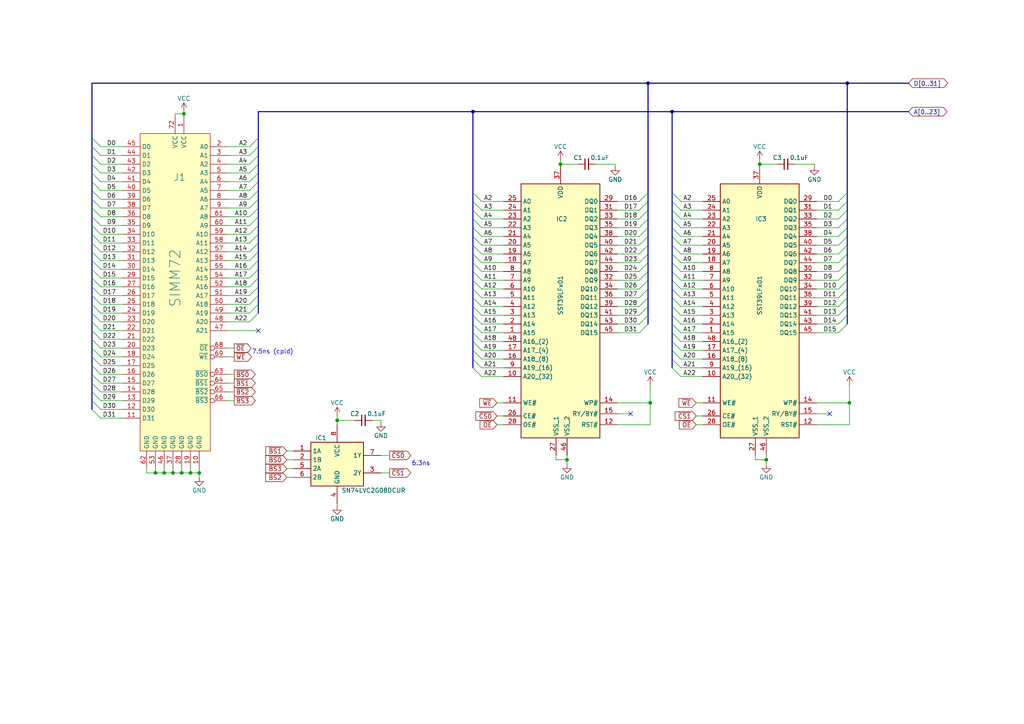
<source format=kicad_sch>
(kicad_sch (version 20230121) (generator eeschema)
  (paper "A4")
  (title_block (title "Raven 1MB ROM") (date "2023") (rev "A0") (company "Licensed under CERN-OHL-P v2") (comment 1 "Anders Granlund"))
  (lib_symbols
    (symbol "68k:SIMM72-Raven"
      (property "Reference" "J" (at 0 29.21 0))
      (property "Value" "SIMM72" (at 1.27 0 90))
      (symbol "SIMM72-Raven_1_1"
        (rectangle (start -8.89 41.91) (end 11.43 -50.165) (fill (type background)))
        (pin power_in line (at -1.27 46.99 270) (length 5.08) (name "VCC") (number "1"))
        (pin power_in line (at -5.715 -55.245 90) (length 5.08) (name "GND") (number "10"))
        (pin bidirectional line (at 16.51 -40.64 180) (length 5.08) (name "D31") (number "11"))
        (pin bidirectional line (at 16.51 -38.1 180) (length 5.08) (name "D30") (number "12"))
        (pin bidirectional line (at 16.51 -35.56 180) (length 5.08) (name "D29") (number "13"))
        (pin bidirectional line (at 16.51 -33.02 180) (length 5.08) (name "D28") (number "14"))
        (pin bidirectional line (at 16.51 -30.48 180) (length 5.08) (name "D27") (number "15"))
        (pin bidirectional line (at 16.51 -27.94 180) (length 5.08) (name "D26") (number "16"))
        (pin bidirectional line (at 16.51 -25.4 180) (length 5.08) (name "D25") (number "17"))
        (pin bidirectional line (at 16.51 -22.86 180) (length 5.08) (name "D24") (number "18"))
        (pin power_in line (at -3.175 -55.245 90) (length 5.08) (name "GND") (number "19"))
        (pin input line (at -13.97 38.1 0) (length 5.08) (name "A0") (number "2"))
        (pin bidirectional line (at 16.51 -20.32 180) (length 5.08) (name "D23") (number "20"))
        (pin bidirectional line (at 16.51 -17.78 180) (length 5.08) (name "D22") (number "21"))
        (pin bidirectional line (at 16.51 -15.24 180) (length 5.08) (name "D21") (number "22"))
        (pin bidirectional line (at 16.51 -12.7 180) (length 5.08) (name "D20") (number "23"))
        (pin bidirectional line (at 16.51 -10.16 180) (length 5.08) (name "D19") (number "24"))
        (pin bidirectional line (at 16.51 -7.62 180) (length 5.08) (name "D18") (number "25"))
        (pin bidirectional line (at 16.51 -5.08 180) (length 5.08) (name "D17") (number "26"))
        (pin bidirectional line (at 16.51 -2.54 180) (length 5.08) (name "D16") (number "27"))
        (pin power_in line (at -0.635 -55.245 90) (length 5.08) (name "GND") (number "28"))
        (pin bidirectional line (at 16.51 0 180) (length 5.08) (name "D15") (number "29"))
        (pin input line (at -13.97 35.56 0) (length 5.08) (name "A1") (number "3"))
        (pin bidirectional line (at 16.51 2.54 180) (length 5.08) (name "D14") (number "30"))
        (pin bidirectional line (at 16.51 5.08 180) (length 5.08) (name "D13") (number "31"))
        (pin bidirectional line (at 16.51 7.62 180) (length 5.08) (name "D12") (number "32"))
        (pin bidirectional line (at 16.51 10.16 180) (length 5.08) (name "D11") (number "33"))
        (pin bidirectional line (at 16.51 12.7 180) (length 5.08) (name "D10") (number "34"))
        (pin bidirectional line (at 16.51 15.24 180) (length 5.08) (name "D9") (number "35"))
        (pin bidirectional line (at 16.51 17.78 180) (length 5.08) (name "D8") (number "36"))
        (pin power_in line (at 1.905 -55.245 90) (length 5.08) (name "GND") (number "37"))
        (pin bidirectional line (at 16.51 20.32 180) (length 5.08) (name "D7") (number "38"))
        (pin bidirectional line (at 16.51 22.86 180) (length 5.08) (name "D6") (number "39"))
        (pin input line (at -13.97 33.02 0) (length 5.08) (name "A2") (number "4"))
        (pin bidirectional line (at 16.51 25.4 180) (length 5.08) (name "D5") (number "40"))
        (pin bidirectional line (at 16.51 27.94 180) (length 5.08) (name "D4") (number "41"))
        (pin bidirectional line (at 16.51 30.48 180) (length 5.08) (name "D3") (number "42"))
        (pin bidirectional line (at 16.51 33.02 180) (length 5.08) (name "D2") (number "43"))
        (pin bidirectional line (at 16.51 35.56 180) (length 5.08) (name "D1") (number "44"))
        (pin bidirectional line (at 16.51 38.1 180) (length 5.08) (name "D0") (number "45"))
        (pin power_in line (at 4.445 -55.245 90) (length 5.08) (name "GND") (number "46"))
        (pin input line (at -13.97 -15.24 0) (length 5.08) (name "A21") (number "47"))
        (pin input line (at -13.97 -12.7 0) (length 5.08) (name "A20") (number "48"))
        (pin input line (at -13.97 -10.16 0) (length 5.08) (name "A19") (number "49"))
        (pin input line (at -13.97 30.48 0) (length 5.08) (name "A3") (number "5"))
        (pin input line (at -13.97 -7.62 0) (length 5.08) (name "A18") (number "50"))
        (pin input line (at -13.97 -5.08 0) (length 5.08) (name "A17") (number "51"))
        (pin input line (at -13.97 -2.54 0) (length 5.08) (name "A16") (number "52"))
        (pin power_in line (at 6.985 -55.245 90) (length 5.08) (name "GND") (number "53"))
        (pin input line (at -13.97 0 0) (length 5.08) (name "A15") (number "54"))
        (pin input line (at -13.97 2.54 0) (length 5.08) (name "A14") (number "55"))
        (pin input line (at -13.97 5.08 0) (length 5.08) (name "A13") (number "56"))
        (pin input line (at -13.97 7.62 0) (length 5.08) (name "A12") (number "57"))
        (pin input line (at -13.97 10.16 0) (length 5.08) (name "A11") (number "58"))
        (pin input line (at -13.97 12.7 0) (length 5.08) (name "A10") (number "59"))
        (pin input line (at -13.97 27.94 0) (length 5.08) (name "A4") (number "6"))
        (pin input line (at -13.97 15.24 0) (length 5.08) (name "A9") (number "60"))
        (pin input line (at -13.97 17.78 0) (length 5.08) (name "A8") (number "61"))
        (pin power_in line (at 9.525 -55.245 90) (length 5.08) (name "GND") (number "62"))
        (pin input inverted (at -13.97 -27.94 0) (length 5.08) (name "~{BS0}") (number "63"))
        (pin input inverted (at -13.97 -30.48 0) (length 5.08) (name "~{BS1}") (number "64"))
        (pin input inverted (at -13.97 -33.02 0) (length 5.08) (name "~{BS2}") (number "65"))
        (pin input inverted (at -13.97 -35.56 0) (length 5.08) (name "~{BS3}") (number "66"))
        (pin no_connect inverted (at -8.89 -39.37 180) (length 5.08) hide (name "nc") (number "67"))
        (pin input inverted (at -13.97 -20.32 0) (length 5.08) (name "~{OE}") (number "68"))
        (pin input inverted (at -13.97 -22.86 0) (length 5.08) (name "~{WE}") (number "69"))
        (pin input line (at -13.97 25.4 0) (length 5.08) (name "A5") (number "7"))
        (pin no_connect line (at -8.89 -41.91 180) (length 5.08) hide (name "nc") (number "70"))
        (pin no_connect line (at -8.89 -44.45 180) (length 5.08) hide (name "nc") (number "71"))
        (pin power_in line (at 1.27 46.99 270) (length 5.08) (name "VCC") (number "72"))
        (pin input line (at -13.97 22.86 0) (length 5.08) (name "A6") (number "8"))
        (pin input line (at -13.97 20.32 0) (length 5.08) (name "A7") (number "9"))
      )
    )
    (symbol "68k:SN74LVC2G08DCUR"
      (property "Reference" "IC" (at 21.59 7.62 0))
      (property "Value" "SN74LVC2G08DCUR" (at 21.59 5.08 0))
      (symbol "SN74LVC2G08DCUR_1_1"
        (rectangle (start 5.08 2.54) (end 20.32 -10.16) (stroke (width 0.254)) (fill (type background)))
        (pin passive line (at 0 0 0) (length 5.08) (name "1A") (number "1"))
        (pin passive line (at 0 -2.54 0) (length 5.08) (name "1B") (number "2"))
        (pin passive line (at 25.4 -6.35 180) (length 5.08) (name "2Y") (number "3"))
        (pin passive line (at 12.7 -15.24 90) (length 5.08) (name "GND") (number "4"))
        (pin passive line (at 0 -5.08 0) (length 5.08) (name "2A") (number "5"))
        (pin passive line (at 0 -7.62 0) (length 5.08) (name "2B") (number "6"))
        (pin passive line (at 25.4 -1.27 180) (length 5.08) (name "1Y") (number "7"))
        (pin passive line (at 12.7 7.62 270) (length 5.08) (name "VCC") (number "8"))
      )
    )
    (symbol "68k:SST39LF3201_TSOP48"
      (property "Reference" "IC" (at 12.7 38.1 0))
      (property "Value" "SST39LFx01" (at 12.7 35.56 0))
      (symbol "SST39LF3201_TSOP48_1_1"
        (rectangle (start -11.43 33.02) (end 11.43 -40.64) (stroke (width 0.254)) (fill (type background)))
        (pin passive line (at -16.51 -10.16 0) (length 5.08) (name "A15") (number "1"))
        (pin passive line (at -16.51 -22.86 0) (length 5.08) (name "A20_(32)") (number "10"))
        (pin passive line (at -16.51 -30.48 0) (length 5.08) (name "WE#") (number "11"))
        (pin passive line (at 16.51 -36.83 180) (length 5.08) (name "RST#") (number "12"))
        (pin no_connect line (at 16.51 -20.32 180) (length 5.08) hide (name "nc") (number "13"))
        (pin passive line (at 16.51 -30.48 180) (length 5.08) (name "WP#") (number "14"))
        (pin passive line (at 16.51 -33.655 180) (length 5.08) (name "RY/BY#") (number "15"))
        (pin passive line (at -16.51 -17.78 0) (length 5.08) (name "A18_(8)") (number "16"))
        (pin passive line (at -16.51 -15.24 0) (length 5.08) (name "A17_(4)") (number "17"))
        (pin passive line (at -16.51 10.16 0) (length 5.08) (name "A7") (number "18"))
        (pin passive line (at -16.51 12.7 0) (length 5.08) (name "A6") (number "19"))
        (pin passive line (at -16.51 -7.62 0) (length 5.08) (name "A14") (number "2"))
        (pin passive line (at -16.51 15.24 0) (length 5.08) (name "A5") (number "20"))
        (pin passive line (at -16.51 17.78 0) (length 5.08) (name "A4") (number "21"))
        (pin passive line (at -16.51 20.32 0) (length 5.08) (name "A3") (number "22"))
        (pin passive line (at -16.51 22.86 0) (length 5.08) (name "A2") (number "23"))
        (pin passive line (at -16.51 25.4 0) (length 5.08) (name "A1") (number "24"))
        (pin passive line (at -16.51 27.94 0) (length 5.08) (name "A0") (number "25"))
        (pin passive line (at -16.51 -34.29 0) (length 5.08) (name "CE#") (number "26"))
        (pin passive line (at -1.27 -45.72 90) (length 5.08) (name "VSS_1") (number "27"))
        (pin passive line (at -16.51 -36.83 0) (length 5.08) (name "OE#") (number "28"))
        (pin passive line (at 16.51 27.94 180) (length 5.08) (name "DQ0") (number "29"))
        (pin passive line (at -16.51 -5.08 0) (length 5.08) (name "A13") (number "3"))
        (pin passive line (at 16.51 7.62 180) (length 5.08) (name "DQ8") (number "30"))
        (pin passive line (at 16.51 25.4 180) (length 5.08) (name "DQ1") (number "31"))
        (pin passive line (at 16.51 5.08 180) (length 5.08) (name "DQ9") (number "32"))
        (pin passive line (at 16.51 22.86 180) (length 5.08) (name "DQ2") (number "33"))
        (pin passive line (at 16.51 2.54 180) (length 5.08) (name "DQ10") (number "34"))
        (pin passive line (at 16.51 20.32 180) (length 5.08) (name "DQ3") (number "35"))
        (pin passive line (at 16.51 0 180) (length 5.08) (name "DQ11") (number "36"))
        (pin passive line (at 0 38.1 270) (length 5.08) (name "VDD") (number "37"))
        (pin passive line (at 16.51 17.78 180) (length 5.08) (name "DQ4") (number "38"))
        (pin passive line (at 16.51 -2.54 180) (length 5.08) (name "DQ12") (number "39"))
        (pin passive line (at -16.51 -2.54 0) (length 5.08) (name "A12") (number "4"))
        (pin passive line (at 16.51 15.24 180) (length 5.08) (name "DQ5") (number "40"))
        (pin passive line (at 16.51 -5.08 180) (length 5.08) (name "DQ13") (number "41"))
        (pin passive line (at 16.51 12.7 180) (length 5.08) (name "DQ6") (number "42"))
        (pin passive line (at 16.51 -7.62 180) (length 5.08) (name "DQ14") (number "43"))
        (pin passive line (at 16.51 10.16 180) (length 5.08) (name "DQ7") (number "44"))
        (pin passive line (at 16.51 -10.16 180) (length 5.08) (name "DQ15") (number "45"))
        (pin passive line (at 1.905 -45.72 90) (length 5.08) (name "VSS_2") (number "46"))
        (pin no_connect line (at 16.51 -22.86 180) (length 5.08) hide (name "nc") (number "47"))
        (pin passive line (at -16.51 -12.7 0) (length 5.08) (name "A16_(2)") (number "48"))
        (pin passive line (at -16.51 0 0) (length 5.08) (name "A11") (number "5"))
        (pin passive line (at -16.51 2.54 0) (length 5.08) (name "A10") (number "6"))
        (pin passive line (at -16.51 5.08 0) (length 5.08) (name "A9") (number "7"))
        (pin passive line (at -16.51 7.62 0) (length 5.08) (name "A8") (number "8"))
        (pin passive line (at -16.51 -20.32 0) (length 5.08) (name "A19_(16)") (number "9"))
      )
    )
    (symbol "68k:c_100nf_smd1206" (pin_numbers hide) (pin_names (offset 0.254) hide)
      (property "Reference" "C" (at 0.635 1.905 0))
      (property "Value" "0.1uF" (at 0.635 -1.905 0))
      (symbol "c_100nf_smd1206_0_1"
        (polyline (pts (xy -1.524 -0.508) (xy 1.524 -0.508)) (stroke (width 0.3302)))
        (polyline (pts (xy -1.524 0.508) (xy 1.524 0.508)) (stroke (width 0.3048)))
      )
      (symbol "c_100nf_smd1206_1_1"
        (pin passive line (at 0 2.54 270) (length 2.032) (name "~") (number "1"))
        (pin passive line (at 0 -2.54 90) (length 2.032) (name "~") (number "2"))
      )
    )
    (symbol "power:GND" (power) (pin_names (offset 0))
      (property "Value" "GND" (at 0 -3.81 0))
      (symbol "GND_0_1"
        (polyline (pts (xy 0 0) (xy 0 -1.27) (xy 1.27 -1.27) (xy 0 -2.54) (xy -1.27 -1.27) (xy 0 -1.27)))
      )
      (symbol "GND_1_1"
        (pin power_in line (at 0 0 270) (length 0) hide (name "GND") (number "1"))
      )
    )
    (symbol "power:VCC" (power) (pin_names (offset 0))
      (property "Value" "VCC" (at 0 3.81 0))
      (symbol "VCC_0_1"
        (polyline (pts (xy -0.762 1.27) (xy 0 2.54)))
        (polyline (pts (xy 0 0) (xy 0 2.54)))
        (polyline (pts (xy 0 2.54) (xy 0.762 1.27)))
      )
      (symbol "VCC_1_1"
        (pin power_in line (at 0 0 90) (length 0) hide (name "VCC") (number "1"))
      )
    )
  )
  (junction (at 220.345 47.625))
  (junction (at 55.245 137.16))
  (junction (at 137.16 32.385))
  (junction (at 45.085 137.16))
  (junction (at 245.745 24.13))
  (junction (at 222.25 133.35))
  (junction (at 187.96 24.13))
  (junction (at 188.595 116.84))
  (junction (at 47.625 137.16))
  (junction (at 50.165 137.16))
  (junction (at 194.945 32.385))
  (junction (at 97.79 121.92))
  (junction (at 57.785 137.16))
  (junction (at 52.705 137.16))
  (junction (at 162.56 47.625))
  (junction (at 246.38 116.84))
  (junction (at 53.34 33.02))
  (junction (at 164.465 133.35))
  (no_connect (at 240.665 120.015))
  (no_connect (at 74.93 95.885))
  (no_connect (at 182.88 120.015))
  (bus_entry (at 187.96 73.66) (size -2.54 2.54))
  (bus_entry (at 137.16 60.96) (size 2.54 2.54))
  (bus_entry (at 245.745 88.9) (size -2.54 2.54))
  (bus_entry (at 26.67 111.125) (size 2.54 2.54))
  (bus_entry (at 26.67 93.345) (size 2.54 2.54))
  (bus_entry (at 26.67 62.865) (size 2.54 2.54))
  (bus_entry (at 26.67 52.705) (size 2.54 2.54))
  (bus_entry (at 137.16 71.12) (size 2.54 2.54))
  (bus_entry (at 137.16 99.06) (size 2.54 2.54))
  (bus_entry (at 74.93 75.565) (size -2.54 2.54))
  (bus_entry (at 245.745 71.12) (size -2.54 2.54))
  (bus_entry (at 26.67 83.185) (size 2.54 2.54))
  (bus_entry (at 26.67 67.945) (size 2.54 2.54))
  (bus_entry (at 194.945 101.6) (size 2.54 2.54))
  (bus_entry (at 26.67 85.725) (size 2.54 2.54))
  (bus_entry (at 26.67 42.545) (size 2.54 2.54))
  (bus_entry (at 187.96 55.88) (size -2.54 2.54))
  (bus_entry (at 245.745 60.96) (size -2.54 2.54))
  (bus_entry (at 194.945 63.5) (size 2.54 2.54))
  (bus_entry (at 74.93 62.865) (size -2.54 2.54))
  (bus_entry (at 194.945 99.06) (size 2.54 2.54))
  (bus_entry (at 26.67 103.505) (size 2.54 2.54))
  (bus_entry (at 137.16 88.9) (size 2.54 2.54))
  (bus_entry (at 245.745 76.2) (size -2.54 2.54))
  (bus_entry (at 187.96 78.74) (size -2.54 2.54))
  (bus_entry (at 26.67 116.205) (size 2.54 2.54))
  (bus_entry (at 74.93 50.165) (size -2.54 2.54))
  (bus_entry (at 194.945 55.88) (size 2.54 2.54))
  (bus_entry (at 74.93 85.725) (size -2.54 2.54))
  (bus_entry (at 26.67 55.245) (size 2.54 2.54))
  (bus_entry (at 26.67 78.105) (size 2.54 2.54))
  (bus_entry (at 245.745 81.28) (size -2.54 2.54))
  (bus_entry (at 74.93 90.805) (size -2.54 2.54))
  (bus_entry (at 187.96 83.82) (size -2.54 2.54))
  (bus_entry (at 137.16 76.2) (size 2.54 2.54))
  (bus_entry (at 187.96 66.04) (size -2.54 2.54))
  (bus_entry (at 194.945 86.36) (size 2.54 2.54))
  (bus_entry (at 74.93 47.625) (size -2.54 2.54))
  (bus_entry (at 194.945 104.14) (size 2.54 2.54))
  (bus_entry (at 26.67 70.485) (size 2.54 2.54))
  (bus_entry (at 137.16 96.52) (size 2.54 2.54))
  (bus_entry (at 137.16 106.68) (size 2.54 2.54))
  (bus_entry (at 194.945 71.12) (size 2.54 2.54))
  (bus_entry (at 187.96 81.28) (size -2.54 2.54))
  (bus_entry (at 194.945 96.52) (size 2.54 2.54))
  (bus_entry (at 74.93 55.245) (size -2.54 2.54))
  (bus_entry (at 74.93 73.025) (size -2.54 2.54))
  (bus_entry (at 26.67 60.325) (size 2.54 2.54))
  (bus_entry (at 194.945 73.66) (size 2.54 2.54))
  (bus_entry (at 194.945 66.04) (size 2.54 2.54))
  (bus_entry (at 26.67 98.425) (size 2.54 2.54))
  (bus_entry (at 137.16 86.36) (size 2.54 2.54))
  (bus_entry (at 187.96 88.9) (size -2.54 2.54))
  (bus_entry (at 194.945 91.44) (size 2.54 2.54))
  (bus_entry (at 245.745 86.36) (size -2.54 2.54))
  (bus_entry (at 74.93 67.945) (size -2.54 2.54))
  (bus_entry (at 137.16 73.66) (size 2.54 2.54))
  (bus_entry (at 187.96 86.36) (size -2.54 2.54))
  (bus_entry (at 245.745 58.42) (size -2.54 2.54))
  (bus_entry (at 245.745 68.58) (size -2.54 2.54))
  (bus_entry (at 194.945 60.96) (size 2.54 2.54))
  (bus_entry (at 74.93 88.265) (size -2.54 2.54))
  (bus_entry (at 194.945 68.58) (size 2.54 2.54))
  (bus_entry (at 74.93 60.325) (size -2.54 2.54))
  (bus_entry (at 245.745 63.5) (size -2.54 2.54))
  (bus_entry (at 26.67 100.965) (size 2.54 2.54))
  (bus_entry (at 74.93 78.105) (size -2.54 2.54))
  (bus_entry (at 187.96 76.2) (size -2.54 2.54))
  (bus_entry (at 137.16 93.98) (size 2.54 2.54))
  (bus_entry (at 26.67 90.805) (size 2.54 2.54))
  (bus_entry (at 194.945 78.74) (size 2.54 2.54))
  (bus_entry (at 137.16 55.88) (size 2.54 2.54))
  (bus_entry (at 187.96 71.12) (size -2.54 2.54))
  (bus_entry (at 245.745 83.82) (size -2.54 2.54))
  (bus_entry (at 137.16 81.28) (size 2.54 2.54))
  (bus_entry (at 137.16 83.82) (size 2.54 2.54))
  (bus_entry (at 245.745 93.98) (size -2.54 2.54))
  (bus_entry (at 26.67 45.085) (size 2.54 2.54))
  (bus_entry (at 26.67 57.785) (size 2.54 2.54))
  (bus_entry (at 137.16 63.5) (size 2.54 2.54))
  (bus_entry (at 194.945 58.42) (size 2.54 2.54))
  (bus_entry (at 137.16 78.74) (size 2.54 2.54))
  (bus_entry (at 26.67 106.045) (size 2.54 2.54))
  (bus_entry (at 137.16 91.44) (size 2.54 2.54))
  (bus_entry (at 187.96 91.44) (size -2.54 2.54))
  (bus_entry (at 26.67 47.625) (size 2.54 2.54))
  (bus_entry (at 187.96 93.98) (size -2.54 2.54))
  (bus_entry (at 74.93 57.785) (size -2.54 2.54))
  (bus_entry (at 26.67 95.885) (size 2.54 2.54))
  (bus_entry (at 26.67 50.165) (size 2.54 2.54))
  (bus_entry (at 187.96 58.42) (size -2.54 2.54))
  (bus_entry (at 137.16 66.04) (size 2.54 2.54))
  (bus_entry (at 245.745 66.04) (size -2.54 2.54))
  (bus_entry (at 137.16 101.6) (size 2.54 2.54))
  (bus_entry (at 194.945 76.2) (size 2.54 2.54))
  (bus_entry (at 137.16 68.58) (size 2.54 2.54))
  (bus_entry (at 137.16 58.42) (size 2.54 2.54))
  (bus_entry (at 245.745 73.66) (size -2.54 2.54))
  (bus_entry (at 26.67 40.005) (size 2.54 2.54))
  (bus_entry (at 194.945 83.82) (size 2.54 2.54))
  (bus_entry (at 245.745 78.74) (size -2.54 2.54))
  (bus_entry (at 26.67 65.405) (size 2.54 2.54))
  (bus_entry (at 194.945 81.28) (size 2.54 2.54))
  (bus_entry (at 194.945 106.68) (size 2.54 2.54))
  (bus_entry (at 245.745 91.44) (size -2.54 2.54))
  (bus_entry (at 26.67 88.265) (size 2.54 2.54))
  (bus_entry (at 187.96 68.58) (size -2.54 2.54))
  (bus_entry (at 137.16 104.14) (size 2.54 2.54))
  (bus_entry (at 187.96 60.96) (size -2.54 2.54))
  (bus_entry (at 26.67 80.645) (size 2.54 2.54))
  (bus_entry (at 74.93 70.485) (size -2.54 2.54))
  (bus_entry (at 74.93 45.085) (size -2.54 2.54))
  (bus_entry (at 74.93 52.705) (size -2.54 2.54))
  (bus_entry (at 74.93 80.645) (size -2.54 2.54))
  (bus_entry (at 26.67 73.025) (size 2.54 2.54))
  (bus_entry (at 74.93 40.005) (size -2.54 2.54))
  (bus_entry (at 74.93 65.405) (size -2.54 2.54))
  (bus_entry (at 26.67 75.565) (size 2.54 2.54))
  (bus_entry (at 245.745 55.88) (size -2.54 2.54))
  (bus_entry (at 26.67 108.585) (size 2.54 2.54))
  (bus_entry (at 26.67 113.665) (size 2.54 2.54))
  (bus_entry (at 26.67 118.745) (size 2.54 2.54))
  (bus_entry (at 74.93 42.545) (size -2.54 2.54))
  (bus_entry (at 194.945 93.98) (size 2.54 2.54))
  (bus_entry (at 194.945 88.9) (size 2.54 2.54))
  (bus_entry (at 187.96 63.5) (size -2.54 2.54))
  (bus_entry (at 74.93 83.185) (size -2.54 2.54))
  (wire (pts (xy 72.39 67.945) (xy 66.04 67.945)))
  (wire (pts (xy 179.07 116.84) (xy 188.595 116.84)))
  (wire (pts (xy 110.49 121.92) (xy 110.49 122.555)))
  (wire (pts (xy 72.39 60.325) (xy 66.04 60.325)))
  (bus (pts (xy 194.945 91.44) (xy 194.945 88.9)))
  (wire (pts (xy 66.04 116.205) (xy 67.945 116.205)))
  (bus (pts (xy 245.745 24.13) (xy 263.525 24.13)))
  (wire (pts (xy 139.7 104.14) (xy 146.05 104.14)))
  (bus (pts (xy 194.945 104.14) (xy 194.945 101.6)))
  (wire (pts (xy 178.435 47.625) (xy 178.435 48.26)))
  (wire (pts (xy 222.25 132.08) (xy 222.25 133.35)))
  (wire (pts (xy 197.485 83.82) (xy 203.835 83.82)))
  (wire (pts (xy 236.855 78.74) (xy 243.205 78.74)))
  (bus (pts (xy 137.16 60.96) (xy 137.16 58.42)))
  (wire (pts (xy 47.625 135.89) (xy 47.625 137.16)))
  (bus (pts (xy 26.67 93.345) (xy 26.67 90.805)))
  (wire (pts (xy 236.855 63.5) (xy 243.205 63.5)))
  (bus (pts (xy 245.745 60.96) (xy 245.745 58.42)))
  (wire (pts (xy 53.34 33.02) (xy 53.34 33.655)))
  (bus (pts (xy 187.96 81.28) (xy 187.96 78.74)))
  (bus (pts (xy 194.945 73.66) (xy 194.945 71.12)))
  (wire (pts (xy 66.04 103.505) (xy 67.945 103.505)))
  (wire (pts (xy 162.56 47.625) (xy 167.64 47.625)))
  (bus (pts (xy 26.67 67.945) (xy 26.67 65.405)))
  (wire (pts (xy 97.79 120.65) (xy 97.79 121.92)))
  (wire (pts (xy 85.09 138.43) (xy 83.185 138.43)))
  (wire (pts (xy 35.56 60.325) (xy 29.21 60.325)))
  (bus (pts (xy 26.67 83.185) (xy 26.67 80.645)))
  (wire (pts (xy 139.7 93.98) (xy 146.05 93.98)))
  (wire (pts (xy 35.56 45.085) (xy 29.21 45.085)))
  (wire (pts (xy 197.485 86.36) (xy 203.835 86.36)))
  (bus (pts (xy 187.96 86.36) (xy 187.96 83.82)))
  (wire (pts (xy 85.09 133.35) (xy 83.185 133.35)))
  (wire (pts (xy 222.25 133.35) (xy 222.25 134.62)))
  (wire (pts (xy 179.07 63.5) (xy 185.42 63.5)))
  (bus (pts (xy 74.93 80.645) (xy 74.93 78.105)))
  (bus (pts (xy 74.93 62.865) (xy 74.93 60.325)))
  (wire (pts (xy 197.485 81.28) (xy 203.835 81.28)))
  (wire (pts (xy 179.07 83.82) (xy 185.42 83.82)))
  (bus (pts (xy 194.945 68.58) (xy 194.945 66.04)))
  (wire (pts (xy 72.39 83.185) (xy 66.04 83.185)))
  (wire (pts (xy 179.07 60.96) (xy 185.42 60.96)))
  (wire (pts (xy 201.93 116.84) (xy 203.835 116.84)))
  (bus (pts (xy 74.93 75.565) (xy 74.93 73.025)))
  (bus (pts (xy 194.945 63.5) (xy 194.945 60.96)))
  (wire (pts (xy 35.56 93.345) (xy 29.21 93.345)))
  (wire (pts (xy 236.855 120.015) (xy 240.665 120.015)))
  (wire (pts (xy 35.56 111.125) (xy 29.21 111.125)))
  (wire (pts (xy 107.95 121.92) (xy 110.49 121.92)))
  (wire (pts (xy 42.545 137.16) (xy 45.085 137.16)))
  (wire (pts (xy 179.07 81.28) (xy 185.42 81.28)))
  (wire (pts (xy 97.79 121.92) (xy 97.79 123.19)))
  (wire (pts (xy 236.855 66.04) (xy 243.205 66.04)))
  (wire (pts (xy 72.39 85.725) (xy 66.04 85.725)))
  (wire (pts (xy 72.39 75.565) (xy 66.04 75.565)))
  (wire (pts (xy 139.7 83.82) (xy 146.05 83.82)))
  (wire (pts (xy 72.39 45.085) (xy 66.04 45.085)))
  (wire (pts (xy 50.8 33.02) (xy 50.8 33.655)))
  (bus (pts (xy 245.745 76.2) (xy 245.745 73.66)))
  (wire (pts (xy 179.07 76.2) (xy 185.42 76.2)))
  (wire (pts (xy 236.855 73.66) (xy 243.205 73.66)))
  (wire (pts (xy 197.485 88.9) (xy 203.835 88.9)))
  (bus (pts (xy 74.93 83.185) (xy 74.93 80.645)))
  (bus (pts (xy 74.93 85.725) (xy 74.93 83.185)))
  (bus (pts (xy 194.945 76.2) (xy 194.945 73.66)))
  (bus (pts (xy 187.96 93.98) (xy 187.96 91.44)))
  (bus (pts (xy 187.96 24.13) (xy 187.96 55.88)))
  (wire (pts (xy 50.8 33.02) (xy 53.34 33.02)))
  (bus (pts (xy 194.945 106.68) (xy 194.945 104.14)))
  (bus (pts (xy 245.745 58.42) (xy 245.745 55.88)))
  (bus (pts (xy 26.67 90.805) (xy 26.67 88.265)))
  (bus (pts (xy 194.945 83.82) (xy 194.945 81.28)))
  (wire (pts (xy 197.485 96.52) (xy 203.835 96.52)))
  (wire (pts (xy 66.04 113.665) (xy 67.945 113.665)))
  (bus (pts (xy 137.16 91.44) (xy 137.16 88.9)))
  (wire (pts (xy 57.785 137.16) (xy 57.785 138.43)))
  (wire (pts (xy 50.165 137.16) (xy 52.705 137.16)))
  (bus (pts (xy 137.16 88.9) (xy 137.16 86.36)))
  (bus (pts (xy 26.67 52.705) (xy 26.67 50.165)))
  (bus (pts (xy 137.16 32.385) (xy 137.16 55.88)))
  (bus (pts (xy 137.16 101.6) (xy 137.16 99.06)))
  (bus (pts (xy 26.67 80.645) (xy 26.67 78.105)))
  (wire (pts (xy 52.705 137.16) (xy 55.245 137.16)))
  (bus (pts (xy 194.945 32.385) (xy 194.945 55.88)))
  (wire (pts (xy 197.485 60.96) (xy 203.835 60.96)))
  (wire (pts (xy 236.855 93.98) (xy 243.205 93.98)))
  (wire (pts (xy 197.485 93.98) (xy 203.835 93.98)))
  (bus (pts (xy 194.945 60.96) (xy 194.945 58.42)))
  (wire (pts (xy 201.93 120.65) (xy 203.835 120.65)))
  (bus (pts (xy 26.67 73.025) (xy 26.67 70.485)))
  (wire (pts (xy 66.04 108.585) (xy 67.945 108.585)))
  (wire (pts (xy 139.7 58.42) (xy 146.05 58.42)))
  (wire (pts (xy 236.855 81.28) (xy 243.205 81.28)))
  (wire (pts (xy 35.56 42.545) (xy 29.21 42.545)))
  (bus (pts (xy 194.945 101.6) (xy 194.945 99.06)))
  (bus (pts (xy 26.67 108.585) (xy 26.67 106.045)))
  (bus (pts (xy 194.945 99.06) (xy 194.945 96.52)))
  (wire (pts (xy 35.56 106.045) (xy 29.21 106.045)))
  (bus (pts (xy 187.96 58.42) (xy 187.96 55.88)))
  (bus (pts (xy 187.96 24.13) (xy 245.745 24.13)))
  (bus (pts (xy 26.67 70.485) (xy 26.67 67.945)))
  (wire (pts (xy 139.7 63.5) (xy 146.05 63.5)))
  (wire (pts (xy 97.79 146.05) (xy 97.79 146.685)))
  (bus (pts (xy 26.67 45.085) (xy 26.67 42.545)))
  (bus (pts (xy 194.945 86.36) (xy 194.945 83.82)))
  (wire (pts (xy 246.38 116.84) (xy 246.38 111.76)))
  (bus (pts (xy 245.745 83.82) (xy 245.745 81.28)))
  (wire (pts (xy 35.56 55.245) (xy 29.21 55.245)))
  (bus (pts (xy 74.93 57.785) (xy 74.93 55.245)))
  (wire (pts (xy 139.7 86.36) (xy 146.05 86.36)))
  (wire (pts (xy 72.39 52.705) (xy 66.04 52.705)))
  (wire (pts (xy 144.145 123.19) (xy 146.05 123.19)))
  (bus (pts (xy 74.93 50.165) (xy 74.93 47.625)))
  (wire (pts (xy 35.56 98.425) (xy 29.21 98.425)))
  (wire (pts (xy 179.07 86.36) (xy 185.42 86.36)))
  (bus (pts (xy 74.93 42.545) (xy 74.93 40.005)))
  (bus (pts (xy 26.67 106.045) (xy 26.67 103.505)))
  (bus (pts (xy 137.16 71.12) (xy 137.16 68.58)))
  (wire (pts (xy 47.625 137.16) (xy 50.165 137.16)))
  (bus (pts (xy 74.93 90.805) (xy 74.93 88.265)))
  (wire (pts (xy 72.39 50.165) (xy 66.04 50.165)))
  (bus (pts (xy 137.16 58.42) (xy 137.16 55.88)))
  (wire (pts (xy 72.39 57.785) (xy 66.04 57.785)))
  (wire (pts (xy 179.07 66.04) (xy 185.42 66.04)))
  (wire (pts (xy 72.39 80.645) (xy 66.04 80.645)))
  (wire (pts (xy 179.07 73.66) (xy 185.42 73.66)))
  (wire (pts (xy 197.485 109.22) (xy 203.835 109.22)))
  (bus (pts (xy 26.67 103.505) (xy 26.67 100.965)))
  (wire (pts (xy 35.56 78.105) (xy 29.21 78.105)))
  (wire (pts (xy 236.855 60.96) (xy 243.205 60.96)))
  (bus (pts (xy 26.67 42.545) (xy 26.67 40.005)))
  (wire (pts (xy 42.545 135.89) (xy 42.545 137.16)))
  (wire (pts (xy 35.56 52.705) (xy 29.21 52.705)))
  (wire (pts (xy 236.855 71.12) (xy 243.205 71.12)))
  (bus (pts (xy 245.745 88.9) (xy 245.745 86.36)))
  (wire (pts (xy 35.56 73.025) (xy 29.21 73.025)))
  (bus (pts (xy 245.745 93.98) (xy 245.745 91.44)))
  (wire (pts (xy 197.485 68.58) (xy 203.835 68.58)))
  (bus (pts (xy 26.67 78.105) (xy 26.67 75.565)))
  (wire (pts (xy 72.39 62.865) (xy 66.04 62.865)))
  (wire (pts (xy 97.79 121.92) (xy 102.87 121.92)))
  (wire (pts (xy 35.56 88.265) (xy 29.21 88.265)))
  (wire (pts (xy 35.56 116.205) (xy 29.21 116.205)))
  (wire (pts (xy 161.29 133.35) (xy 164.465 133.35)))
  (bus (pts (xy 137.16 68.58) (xy 137.16 66.04)))
  (bus (pts (xy 245.745 91.44) (xy 245.745 88.9)))
  (wire (pts (xy 161.29 132.08) (xy 161.29 133.35)))
  (bus (pts (xy 74.93 78.105) (xy 74.93 75.565)))
  (bus (pts (xy 245.745 78.74) (xy 245.745 76.2)))
  (wire (pts (xy 35.56 90.805) (xy 29.21 90.805)))
  (wire (pts (xy 179.07 93.98) (xy 185.42 93.98)))
  (wire (pts (xy 35.56 67.945) (xy 29.21 67.945)))
  (bus (pts (xy 187.96 88.9) (xy 187.96 86.36)))
  (bus (pts (xy 74.93 73.025) (xy 74.93 70.485)))
  (wire (pts (xy 35.56 108.585) (xy 29.21 108.585)))
  (bus (pts (xy 26.67 113.665) (xy 26.67 111.125)))
  (wire (pts (xy 139.7 99.06) (xy 146.05 99.06)))
  (bus (pts (xy 26.67 57.785) (xy 26.67 55.245)))
  (bus (pts (xy 26.67 65.405) (xy 26.67 62.865)))
  (wire (pts (xy 110.49 132.08) (xy 113.03 132.08)))
  (bus (pts (xy 245.745 81.28) (xy 245.745 78.74)))
  (bus (pts (xy 26.67 24.13) (xy 26.67 40.005)))
  (bus (pts (xy 137.16 104.14) (xy 137.16 101.6)))
  (bus (pts (xy 26.67 60.325) (xy 26.67 57.785)))
  (bus (pts (xy 194.945 78.74) (xy 194.945 76.2)))
  (bus (pts (xy 187.96 60.96) (xy 187.96 58.42)))
  (wire (pts (xy 220.345 47.625) (xy 220.345 48.26)))
  (wire (pts (xy 35.56 100.965) (xy 29.21 100.965)))
  (bus (pts (xy 74.93 60.325) (xy 74.93 57.785)))
  (wire (pts (xy 236.855 83.82) (xy 243.205 83.82)))
  (wire (pts (xy 45.085 135.89) (xy 45.085 137.16)))
  (wire (pts (xy 220.345 46.355) (xy 220.345 47.625)))
  (wire (pts (xy 197.485 63.5) (xy 203.835 63.5)))
  (wire (pts (xy 236.855 123.19) (xy 246.38 123.19)))
  (wire (pts (xy 35.56 83.185) (xy 29.21 83.185)))
  (wire (pts (xy 179.07 71.12) (xy 185.42 71.12)))
  (bus (pts (xy 187.96 83.82) (xy 187.96 81.28)))
  (wire (pts (xy 139.7 106.68) (xy 146.05 106.68)))
  (wire (pts (xy 179.07 58.42) (xy 185.42 58.42)))
  (wire (pts (xy 144.145 116.84) (xy 146.05 116.84)))
  (wire (pts (xy 219.075 133.35) (xy 222.25 133.35)))
  (bus (pts (xy 26.67 85.725) (xy 26.67 83.185)))
  (wire (pts (xy 139.7 66.04) (xy 146.05 66.04)))
  (wire (pts (xy 139.7 101.6) (xy 146.05 101.6)))
  (bus (pts (xy 194.945 66.04) (xy 194.945 63.5)))
  (wire (pts (xy 55.245 137.16) (xy 57.785 137.16)))
  (wire (pts (xy 72.39 70.485) (xy 66.04 70.485)))
  (wire (pts (xy 201.93 123.19) (xy 203.835 123.19)))
  (wire (pts (xy 197.485 73.66) (xy 203.835 73.66)))
  (wire (pts (xy 57.785 137.16) (xy 57.785 135.89)))
  (bus (pts (xy 194.945 96.52) (xy 194.945 93.98)))
  (bus (pts (xy 137.16 99.06) (xy 137.16 96.52)))
  (wire (pts (xy 66.04 111.125) (xy 67.945 111.125)))
  (bus (pts (xy 26.67 98.425) (xy 26.67 95.885)))
  (wire (pts (xy 139.7 68.58) (xy 146.05 68.58)))
  (bus (pts (xy 245.745 24.13) (xy 245.745 55.88)))
  (wire (pts (xy 197.485 71.12) (xy 203.835 71.12)))
  (wire (pts (xy 236.855 88.9) (xy 243.205 88.9)))
  (wire (pts (xy 72.39 47.625) (xy 66.04 47.625)))
  (wire (pts (xy 197.485 91.44) (xy 203.835 91.44)))
  (wire (pts (xy 179.07 68.58) (xy 185.42 68.58)))
  (bus (pts (xy 245.745 86.36) (xy 245.745 83.82)))
  (bus (pts (xy 26.67 50.165) (xy 26.67 47.625)))
  (bus (pts (xy 74.93 65.405) (xy 74.93 62.865)))
  (wire (pts (xy 236.22 47.625) (xy 236.22 48.26)))
  (wire (pts (xy 53.34 32.385) (xy 53.34 33.02)))
  (wire (pts (xy 35.56 70.485) (xy 29.21 70.485)))
  (wire (pts (xy 219.075 132.08) (xy 219.075 133.35)))
  (bus (pts (xy 137.16 93.98) (xy 137.16 91.44)))
  (wire (pts (xy 35.56 50.165) (xy 29.21 50.165)))
  (wire (pts (xy 52.705 135.89) (xy 52.705 137.16)))
  (wire (pts (xy 236.855 91.44) (xy 243.205 91.44)))
  (bus (pts (xy 137.16 32.385) (xy 194.945 32.385)))
  (wire (pts (xy 139.7 96.52) (xy 146.05 96.52)))
  (wire (pts (xy 35.56 47.625) (xy 29.21 47.625)))
  (wire (pts (xy 197.485 58.42) (xy 203.835 58.42)))
  (bus (pts (xy 187.96 63.5) (xy 187.96 60.96)))
  (wire (pts (xy 35.56 57.785) (xy 29.21 57.785)))
  (wire (pts (xy 35.56 62.865) (xy 29.21 62.865)))
  (bus (pts (xy 187.96 68.58) (xy 187.96 66.04)))
  (wire (pts (xy 139.7 71.12) (xy 146.05 71.12)))
  (wire (pts (xy 172.72 47.625) (xy 178.435 47.625)))
  (bus (pts (xy 26.67 55.245) (xy 26.67 52.705)))
  (bus (pts (xy 137.16 76.2) (xy 137.16 73.66)))
  (wire (pts (xy 236.855 116.84) (xy 246.38 116.84)))
  (bus (pts (xy 26.67 75.565) (xy 26.67 73.025)))
  (wire (pts (xy 139.7 91.44) (xy 146.05 91.44)))
  (bus (pts (xy 74.93 52.705) (xy 74.93 50.165)))
  (wire (pts (xy 139.7 109.22) (xy 146.05 109.22)))
  (wire (pts (xy 197.485 101.6) (xy 203.835 101.6)))
  (wire (pts (xy 164.465 133.35) (xy 164.465 134.62)))
  (bus (pts (xy 245.745 68.58) (xy 245.745 66.04)))
  (wire (pts (xy 220.345 47.625) (xy 225.425 47.625)))
  (bus (pts (xy 74.93 45.085) (xy 74.93 42.545)))
  (wire (pts (xy 197.485 104.14) (xy 203.835 104.14)))
  (wire (pts (xy 35.56 65.405) (xy 29.21 65.405)))
  (bus (pts (xy 26.67 88.265) (xy 26.67 85.725)))
  (bus (pts (xy 194.945 88.9) (xy 194.945 86.36)))
  (bus (pts (xy 137.16 81.28) (xy 137.16 78.74)))
  (wire (pts (xy 197.485 99.06) (xy 203.835 99.06)))
  (wire (pts (xy 179.07 120.015) (xy 182.88 120.015)))
  (wire (pts (xy 66.04 95.885) (xy 74.93 95.885)))
  (bus (pts (xy 137.16 73.66) (xy 137.16 71.12)))
  (wire (pts (xy 35.56 80.645) (xy 29.21 80.645)))
  (bus (pts (xy 137.16 106.68) (xy 137.16 104.14)))
  (wire (pts (xy 72.39 55.245) (xy 66.04 55.245)))
  (wire (pts (xy 85.09 135.89) (xy 83.185 135.89)))
  (wire (pts (xy 144.145 120.65) (xy 146.05 120.65)))
  (wire (pts (xy 110.49 137.16) (xy 113.03 137.16)))
  (wire (pts (xy 188.595 116.84) (xy 188.595 111.76)))
  (bus (pts (xy 74.93 55.245) (xy 74.93 52.705)))
  (wire (pts (xy 55.245 135.89) (xy 55.245 137.16)))
  (bus (pts (xy 194.945 71.12) (xy 194.945 68.58)))
  (bus (pts (xy 187.96 91.44) (xy 187.96 88.9)))
  (bus (pts (xy 26.67 62.865) (xy 26.67 60.325)))
  (bus (pts (xy 137.16 86.36) (xy 137.16 83.82)))
  (wire (pts (xy 230.505 47.625) (xy 236.22 47.625)))
  (bus (pts (xy 137.16 83.82) (xy 137.16 81.28)))
  (wire (pts (xy 35.56 85.725) (xy 29.21 85.725)))
  (wire (pts (xy 236.855 96.52) (xy 243.205 96.52)))
  (bus (pts (xy 26.67 116.205) (xy 26.67 113.665)))
  (wire (pts (xy 179.07 88.9) (xy 185.42 88.9)))
  (bus (pts (xy 187.96 73.66) (xy 187.96 71.12)))
  (wire (pts (xy 179.07 78.74) (xy 185.42 78.74)))
  (wire (pts (xy 139.7 78.74) (xy 146.05 78.74)))
  (bus (pts (xy 187.96 66.04) (xy 187.96 63.5)))
  (bus (pts (xy 194.945 93.98) (xy 194.945 91.44)))
  (wire (pts (xy 139.7 81.28) (xy 146.05 81.28)))
  (bus (pts (xy 74.93 40.005) (xy 74.93 32.385)))
  (wire (pts (xy 35.56 95.885) (xy 29.21 95.885)))
  (bus (pts (xy 26.67 24.13) (xy 187.96 24.13)))
  (wire (pts (xy 35.56 103.505) (xy 29.21 103.505)))
  (bus (pts (xy 187.96 78.74) (xy 187.96 76.2)))
  (bus (pts (xy 26.67 100.965) (xy 26.67 98.425)))
  (wire (pts (xy 164.465 132.08) (xy 164.465 133.35)))
  (wire (pts (xy 236.855 76.2) (xy 243.205 76.2)))
  (wire (pts (xy 72.39 42.545) (xy 66.04 42.545)))
  (wire (pts (xy 197.485 66.04) (xy 203.835 66.04)))
  (wire (pts (xy 35.56 75.565) (xy 29.21 75.565)))
  (wire (pts (xy 139.7 73.66) (xy 146.05 73.66)))
  (bus (pts (xy 137.16 96.52) (xy 137.16 93.98)))
  (bus (pts (xy 74.93 88.265) (xy 74.93 85.725)))
  (wire (pts (xy 35.56 118.745) (xy 29.21 118.745)))
  (wire (pts (xy 35.56 113.665) (xy 29.21 113.665)))
  (bus (pts (xy 245.745 73.66) (xy 245.745 71.12)))
  (bus (pts (xy 194.945 81.28) (xy 194.945 78.74)))
  (wire (pts (xy 139.7 76.2) (xy 146.05 76.2)))
  (wire (pts (xy 50.165 135.89) (xy 50.165 137.16)))
  (wire (pts (xy 72.39 90.805) (xy 66.04 90.805)))
  (bus (pts (xy 26.67 111.125) (xy 26.67 108.585)))
  (wire (pts (xy 162.56 47.625) (xy 162.56 48.26)))
  (bus (pts (xy 194.945 32.385) (xy 263.525 32.385)))
  (bus (pts (xy 74.93 70.485) (xy 74.93 67.945)))
  (bus (pts (xy 187.96 76.2) (xy 187.96 73.66)))
  (wire (pts (xy 179.07 91.44) (xy 185.42 91.44)))
  (wire (pts (xy 188.595 123.19) (xy 188.595 116.84)))
  (bus (pts (xy 74.93 32.385) (xy 137.16 32.385)))
  (wire (pts (xy 72.39 88.265) (xy 66.04 88.265)))
  (bus (pts (xy 74.93 47.625) (xy 74.93 45.085)))
  (wire (pts (xy 139.7 88.9) (xy 146.05 88.9)))
  (bus (pts (xy 245.745 71.12) (xy 245.745 68.58)))
  (wire (pts (xy 236.855 86.36) (xy 243.205 86.36)))
  (wire (pts (xy 197.485 78.74) (xy 203.835 78.74)))
  (bus (pts (xy 137.16 63.5) (xy 137.16 60.96)))
  (bus (pts (xy 245.745 66.04) (xy 245.745 63.5)))
  (wire (pts (xy 72.39 73.025) (xy 66.04 73.025)))
  (wire (pts (xy 179.07 123.19) (xy 188.595 123.19)))
  (bus (pts (xy 137.16 78.74) (xy 137.16 76.2)))
  (wire (pts (xy 162.56 46.355) (xy 162.56 47.625)))
  (wire (pts (xy 197.485 76.2) (xy 203.835 76.2)))
  (bus (pts (xy 187.96 71.12) (xy 187.96 68.58)))
  (wire (pts (xy 246.38 123.19) (xy 246.38 116.84)))
  (bus (pts (xy 26.67 118.745) (xy 26.67 116.205)))
  (wire (pts (xy 72.39 65.405) (xy 66.04 65.405)))
  (wire (pts (xy 66.04 100.965) (xy 67.945 100.965)))
  (wire (pts (xy 45.085 137.16) (xy 47.625 137.16)))
  (wire (pts (xy 35.56 121.285) (xy 29.21 121.285)))
  (wire (pts (xy 139.7 60.96) (xy 146.05 60.96)))
  (wire (pts (xy 72.39 78.105) (xy 66.04 78.105)))
  (bus (pts (xy 74.93 67.945) (xy 74.93 65.405)))
  (wire (pts (xy 179.07 96.52) (xy 185.42 96.52)))
  (bus (pts (xy 194.945 58.42) (xy 194.945 55.88)))
  (wire (pts (xy 72.39 93.345) (xy 66.04 93.345)))
  (wire (pts (xy 236.855 68.58) (xy 243.205 68.58)))
  (wire (pts (xy 197.485 106.68) (xy 203.835 106.68)))
  (bus (pts (xy 137.16 66.04) (xy 137.16 63.5)))
  (wire (pts (xy 236.855 58.42) (xy 243.205 58.42)))
  (bus (pts (xy 26.67 47.625) (xy 26.67 45.085)))
  (bus (pts (xy 26.67 95.885) (xy 26.67 93.345)))
  (bus (pts (xy 245.745 63.5) (xy 245.745 60.96)))
  (wire (pts (xy 85.09 130.81) (xy 83.185 130.81)))
  (text "7.5ns (cpld)" (at 73.025 102.87 0) (effects (font (size 1.27 1.27)) (justify left bottom)))
  (text "6.3ns" (at 119.38 135.255 0) (effects (font (size 1.27 1.27)) (justify left bottom)))
  (label "D10" (at 238.76 83.82 0))
  (label "D19" (at 33.655 90.805 180))
  (label "A11" (at 140.335 81.28 0))
  (label "A17" (at 198.12 96.52 0))
  (label "D22" (at 33.655 98.425 180))
  (label "A17" (at 140.335 96.52 0))
  (label "D1" (at 238.76 60.96 0))
  (label "A7" (at 140.335 71.12 0))
  (label "D7" (at 33.655 60.325 180))
  (label "D19" (at 180.975 66.04 0))
  (label "D17" (at 180.975 60.96 0))
  (label "A19" (at 198.12 101.6 0))
  (label "D6" (at 33.655 57.785 180))
  (label "D29" (at 180.975 91.44 0))
  (label "D13" (at 33.655 75.565 180))
  (label "D30" (at 180.975 93.98 0))
  (label "A11" (at 71.755 65.405 180))
  (label "D13" (at 238.76 91.44 0))
  (label "D23" (at 180.975 76.2 0))
  (label "A8" (at 140.335 73.66 0))
  (label "A20" (at 140.335 104.14 0))
  (label "A6" (at 71.755 52.705 180))
  (label "A9" (at 71.755 60.325 180))
  (label "A8" (at 198.12 73.66 0))
  (label "A18" (at 71.755 83.185 180))
  (label "D26" (at 33.655 108.585 180))
  (label "A7" (at 71.755 55.245 180))
  (label "A13" (at 198.12 86.36 0))
  (label "A10" (at 198.12 78.74 0))
  (label "A7" (at 198.12 71.12 0))
  (label "A3" (at 140.335 60.96 0))
  (label "D6" (at 238.76 73.66 0))
  (label "D16" (at 33.655 83.185 180))
  (label "A2" (at 140.335 58.42 0))
  (label "A4" (at 71.755 47.625 180))
  (label "D21" (at 33.655 95.885 180))
  (label "D12" (at 33.655 73.025 180))
  (label "D28" (at 33.655 113.665 180))
  (label "A10" (at 140.335 78.74 0))
  (label "D25" (at 180.975 81.28 0))
  (label "A20" (at 198.12 104.14 0))
  (label "D3" (at 238.76 66.04 0))
  (label "A4" (at 198.12 63.5 0))
  (label "A9" (at 140.335 76.2 0))
  (label "A8" (at 71.755 57.785 180))
  (label "D14" (at 238.76 93.98 0))
  (label "D23" (at 33.655 100.965 180))
  (label "A4" (at 140.335 63.5 0))
  (label "D4" (at 33.655 52.705 180))
  (label "A16" (at 198.12 93.98 0))
  (label "A19" (at 71.755 85.725 180))
  (label "A22" (at 140.335 109.22 0))
  (label "D9" (at 238.76 81.28 0))
  (label "A21" (at 198.12 106.68 0))
  (label "D8" (at 33.655 62.865 180))
  (label "A5" (at 198.12 66.04 0))
  (label "D20" (at 180.975 68.58 0))
  (label "A12" (at 140.335 83.82 0))
  (label "A11" (at 198.12 81.28 0))
  (label "A21" (at 140.335 106.68 0))
  (label "D11" (at 33.655 70.485 180))
  (label "D16" (at 180.975 58.42 0))
  (label "A12" (at 198.12 83.82 0))
  (label "D10" (at 33.655 67.945 180))
  (label "A22" (at 71.755 93.345 180))
  (label "A3" (at 71.755 45.085 180))
  (label "D4" (at 238.76 68.58 0))
  (label "A19" (at 140.335 101.6 0))
  (label "D21" (at 180.975 71.12 0))
  (label "A17" (at 71.755 80.645 180))
  (label "A21" (at 71.755 90.805 180))
  (label "A2" (at 198.12 58.42 0))
  (label "D11" (at 238.76 86.36 0))
  (label "D27" (at 180.975 86.36 0))
  (label "D22" (at 180.975 73.66 0))
  (label "D8" (at 238.76 78.74 0))
  (label "D7" (at 238.76 76.2 0))
  (label "A14" (at 198.12 88.9 0))
  (label "D3" (at 33.655 50.165 180))
  (label "D5" (at 238.76 71.12 0))
  (label "D20" (at 33.655 93.345 180))
  (label "A15" (at 140.335 91.44 0))
  (label "A14" (at 140.335 88.9 0))
  (label "D18" (at 33.655 88.265 180))
  (label "D2" (at 33.655 47.625 180))
  (label "A13" (at 71.755 70.485 180))
  (label "A14" (at 71.755 73.025 180))
  (label "A18" (at 140.335 99.06 0))
  (label "D12" (at 238.76 88.9 0))
  (label "A10" (at 71.755 62.865 180))
  (label "D0" (at 238.76 58.42 0))
  (label "D24" (at 180.975 78.74 0))
  (label "D17" (at 33.655 85.725 180))
  (label "D28" (at 180.975 88.9 0))
  (label "D14" (at 33.655 78.105 180))
  (label "D26" (at 180.975 83.82 0))
  (label "A13" (at 140.335 86.36 0))
  (label "A15" (at 198.12 91.44 0))
  (label "D31" (at 33.655 121.285 180))
  (label "D15" (at 238.76 96.52 0))
  (label "A16" (at 140.335 93.98 0))
  (label "A6" (at 198.12 68.58 0))
  (label "D9" (at 33.655 65.405 180))
  (label "A18" (at 198.12 99.06 0))
  (label "A5" (at 71.755 50.165 180))
  (label "D31" (at 180.975 96.52 0))
  (label "D29" (at 33.655 116.205 180))
  (label "A3" (at 198.12 60.96 0))
  (label "A9" (at 198.12 76.2 0))
  (label "D1" (at 33.655 45.085 180))
  (label "A12" (at 71.755 67.945 180))
  (label "D15" (at 33.655 80.645 180))
  (label "D30" (at 33.655 118.745 180))
  (label "A6" (at 140.335 68.58 0))
  (label "D2" (at 238.76 63.5 0))
  (label "D24" (at 33.655 103.505 180))
  (label "A22" (at 198.12 109.22 0))
  (label "A16" (at 71.755 78.105 180))
  (label "A20" (at 71.755 88.265 180))
  (label "A5" (at 140.335 66.04 0))
  (label "D0" (at 33.655 42.545 180))
  (label "D18" (at 180.975 63.5 0))
  (label "D27" (at 33.655 111.125 180))
  (label "D5" (at 33.655 55.245 180))
  (label "A2" (at 71.755 42.545 180))
  (label "D25" (at 33.655 106.045 180))
  (label "A15" (at 71.755 75.565 180))
  (global_label "~{CS1}" (shape output) (at 113.03 137.16 0) (property "Intersheetrefs" "${INTERSHEET_REFS}" (effects hide)))
  (global_label "~{CS0}" (shape output) (at 113.03 132.08 0) (property "Intersheetrefs" "${INTERSHEET_REFS}" (effects hide)))
  (global_label "A[0..23]" (shape bidirectional) (at 263.525 32.385 0) (property "Intersheetrefs" "${INTERSHEET_REFS}" (effects hide)))
  (global_label "~{BS1}" (shape input) (at 83.185 130.81 180) (property "Intersheetrefs" "${INTERSHEET_REFS}" (effects hide)))
  (global_label "~{BS2}" (shape output) (at 67.945 113.665 0) (property "Intersheetrefs" "${INTERSHEET_REFS}" (effects hide)))
  (global_label "~{WE}" (shape input) (at 144.145 116.84 180) (property "Intersheetrefs" "${INTERSHEET_REFS}" (effects hide)))
  (global_label "~{OE}" (shape output) (at 67.945 100.965 0) (property "Intersheetrefs" "${INTERSHEET_REFS}" (effects hide)))
  (global_label "~{BS0}" (shape output) (at 67.945 108.585 0) (property "Intersheetrefs" "${INTERSHEET_REFS}" (effects hide)))
  (global_label "~{BS2}" (shape input) (at 83.185 138.43 180) (property "Intersheetrefs" "${INTERSHEET_REFS}" (effects hide)))
  (global_label "~{WE}" (shape output) (at 67.945 103.505 0) (property "Intersheetrefs" "${INTERSHEET_REFS}" (effects hide)))
  (global_label "D[0..31]" (shape bidirectional) (at 263.525 24.13 0) (property "Intersheetrefs" "${INTERSHEET_REFS}" (effects hide)))
  (global_label "~{BS0}" (shape input) (at 83.185 133.35 180) (property "Intersheetrefs" "${INTERSHEET_REFS}" (effects hide)))
  (global_label "~{BS1}" (shape output) (at 67.945 111.125 0) (property "Intersheetrefs" "${INTERSHEET_REFS}" (effects hide)))
  (global_label "~{BS3}" (shape input) (at 83.185 135.89 180) (property "Intersheetrefs" "${INTERSHEET_REFS}" (effects hide)))
  (global_label "~{BS3}" (shape output) (at 67.945 116.205 0) (property "Intersheetrefs" "${INTERSHEET_REFS}" (effects hide)))
  (global_label "~{WE}" (shape input) (at 201.93 116.84 180) (property "Intersheetrefs" "${INTERSHEET_REFS}" (effects hide)))
  (global_label "~{OE}" (shape input) (at 201.93 123.19 180) (property "Intersheetrefs" "${INTERSHEET_REFS}" (effects hide)))
  (global_label "~{CS0}" (shape input) (at 144.145 120.65 180) (property "Intersheetrefs" "${INTERSHEET_REFS}" (effects hide)))
  (global_label "~{CS1}" (shape input) (at 201.93 120.65 180) (property "Intersheetrefs" "${INTERSHEET_REFS}" (effects hide)))
  (global_label "~{OE}" (shape input) (at 144.145 123.19 180) (property "Intersheetrefs" "${INTERSHEET_REFS}" (effects hide)))
  (symbol (lib_id "68k:SIMM72-Raven") (at 52.07 80.645 0) (mirror y) (unit 1)
    (property "Reference" "J1" (at 52.07 51.435 0) (effects (font (size 2 2))))
    (property "Value" "SIMM72" (at 50.8 80.645 90) (effects (font (size 3 3))))
    (property "Footprint" "68k:SIMM72_edge" (effects hide))
  )
  (symbol (lib_id "power:GND") (at 57.785 138.43 0) (unit 1)
    (property "Reference" "#PWR02" (effects hide))
    (property "Value" "GND" (at 57.785 142.24 0))
  )
  (symbol (lib_id "68k:c_100nf_smd1206") (at 105.41 121.92 90) (unit 1)
    (property "Reference" "C2" (at 102.87 120.015 90))
    (property "Value" "0.1uF" (at 109.22 120.015 90))
    (property "Footprint" "Capacitor_SMD:C_1206_3216Metric_Pad1.33x1.80mm_HandSolder" (effects hide))
    (property "Datasheet" "https://www.mouser.se/datasheet/2/447/KEM_C1002_X7R_SMD-3316098.pdf" (effects hide))
    (property "Manufacturer_Name" "KEMET" (effects hide))
    (property "Manufacturer_Part_Number" "C1206C104K5RACTU" (effects hide))
  )
  (symbol (lib_id "power:VCC") (at 188.595 111.76 0) (unit 1)
    (property "Reference" "#PWR013" (effects hide))
    (property "Value" "VCC" (at 188.595 107.95 0))
  )
  (symbol (lib_id "power:VCC") (at 53.34 32.385 0) (unit 1)
    (property "Reference" "#PWR01" (effects hide))
    (property "Value" "VCC" (at 53.34 28.575 0))
  )
  (symbol (lib_id "power:VCC") (at 97.79 120.65 0) (unit 1)
    (property "Reference" "#PWR07" (effects hide))
    (property "Value" "VCC" (at 97.79 116.84 0))
  )
  (symbol (lib_id "power:GND") (at 222.25 134.62 0) (unit 1)
    (property "Reference" "#PWR011" (effects hide))
    (property "Value" "GND" (at 222.25 138.43 0))
  )
  (symbol (lib_id "power:GND") (at 236.22 48.26 0) (unit 1)
    (property "Reference" "#PWR012" (effects hide))
    (property "Value" "GND" (at 236.22 52.07 0))
  )
  (symbol (lib_id "68k:SN74LVC2G08DCUR") (at 85.09 130.81 0) (unit 1)
    (property "Reference" "IC1" (at 91.44 127 0) (effects (justify left)))
    (property "Value" "SN74LVC2G08DCUR" (at 99.06 142.24 0) (effects (justify left)))
    (property "Footprint" "SOP50P310X90-8N" (effects hide))
    (property "Datasheet" "http://www.ti.com/lit/ds/symlink/sn74lvc2g08.pdf" (effects hide))
    (property "Height" "0.9" (effects hide))
    (property "Mouser Part Number" "595-SN74LVC2G08DCUR" (effects hide))
    (property "Mouser Price/Stock" "https://www.mouser.co.uk/ProductDetail/Texas-Instruments/SN74LVC2G08DCUR?qs=Dqy2GfToSoStRSDQrEs2Tw%3D%3D" (effects hide))
    (property "Manufacturer_Name" "Texas Instruments" (effects hide))
    (property "Manufacturer_Part_Number" "SN74LVC2G08DCUR" (effects hide))
  )
  (symbol (lib_id "power:GND") (at 164.465 134.62 0) (unit 1)
    (property "Reference" "#PWR05" (effects hide))
    (property "Value" "GND" (at 164.465 138.43 0))
  )
  (symbol (lib_id "power:VCC") (at 162.56 46.355 0) (unit 1)
    (property "Reference" "#PWR04" (effects hide))
    (property "Value" "VCC" (at 162.56 42.545 0))
  )
  (symbol (lib_id "68k:c_100nf_smd1206") (at 227.965 47.625 90) (unit 1)
    (property "Reference" "C3" (at 225.425 45.72 90))
    (property "Value" "0.1uF" (at 231.775 45.72 90))
    (property "Footprint" "Capacitor_SMD:C_1206_3216Metric_Pad1.33x1.80mm_HandSolder" (effects hide))
    (property "Datasheet" "https://www.mouser.se/datasheet/2/447/KEM_C1002_X7R_SMD-3316098.pdf" (effects hide))
    (property "Manufacturer_Name" "KEMET" (effects hide))
    (property "Manufacturer_Part_Number" "C1206C104K5RACTU" (effects hide))
  )
  (symbol (lib_id "power:VCC") (at 246.38 111.76 0) (unit 1)
    (property "Reference" "#PWR03" (effects hide))
    (property "Value" "VCC" (at 246.38 107.95 0))
  )
  (symbol (lib_id "power:VCC") (at 220.345 46.355 0) (unit 1)
    (property "Reference" "#PWR010" (effects hide))
    (property "Value" "VCC" (at 220.345 42.545 0))
  )
  (symbol (lib_id "68k:SST39LF3201_TSOP48") (at 162.56 86.36 0) (unit 1)
    (property "Reference" "IC2" (at 161.29 63.5 0) (effects (justify left)))
    (property "Value" "SST39LFx01" (at 162.56 91.44 90) (effects (justify left)))
    (property "Footprint" "SOP50P2000X120-48N" (effects hide))
    (property "Datasheet" "https://componentsearchengine.com/Datasheets/1/SST39LF401C-55-4C-EKE-T.pdf" (effects hide))
    (property "Height" "1.2" (effects hide))
    (property "Mouser Part Number" "579-39LF401C554CEKET" (effects hide))
    (property "Mouser Price/Stock" "https://www.mouser.co.uk/ProductDetail/Microchip-Technology/SST39LF401C-55-4C-EKE-T?qs=X98pPdo4MrsxzFTaj9sRJQ%3D%3D" (effects hide))
    (property "Manufacturer_Name" "Microchip" (effects hide))
    (property "Manufacturer_Part_Number" "SST39LF401C-55-4C-EKE-T" (effects hide))
  )
  (symbol (lib_id "power:GND") (at 178.435 48.26 0) (unit 1)
    (property "Reference" "#PWR06" (effects hide))
    (property "Value" "GND" (at 178.435 52.07 0))
  )
  (symbol (lib_id "power:GND") (at 110.49 122.555 0) (unit 1)
    (property "Reference" "#PWR08" (effects hide))
    (property "Value" "GND" (at 110.49 126.365 0))
  )
  (symbol (lib_id "power:GND") (at 97.79 146.685 0) (unit 1)
    (property "Reference" "#PWR09" (effects hide))
    (property "Value" "GND" (at 97.79 150.495 0))
  )
  (symbol (lib_id "68k:SST39LF3201_TSOP48") (at 220.345 86.36 0) (unit 1)
    (property "Reference" "IC3" (at 219.075 63.5 0) (effects (justify left)))
    (property "Value" "SST39LFx01" (at 220.345 91.44 90) (effects (justify left)))
    (property "Footprint" "SOP50P2000X120-48N" (effects hide))
    (property "Datasheet" "https://componentsearchengine.com/Datasheets/1/SST39LF401C-55-4C-EKE-T.pdf" (effects hide))
    (property "Height" "1.2" (effects hide))
    (property "Mouser Part Number" "579-39LF401C554CEKET" (effects hide))
    (property "Mouser Price/Stock" "https://www.mouser.co.uk/ProductDetail/Microchip-Technology/SST39LF401C-55-4C-EKE-T?qs=X98pPdo4MrsxzFTaj9sRJQ%3D%3D" (effects hide))
    (property "Manufacturer_Name" "Microchip" (effects hide))
    (property "Manufacturer_Part_Number" "SST39LF401C-55-4C-EKE-T" (effects hide))
  )
  (symbol (lib_id "68k:c_100nf_smd1206") (at 170.18 47.625 90) (unit 1)
    (property "Reference" "C1" (at 167.64 45.72 90))
    (property "Value" "0.1uF" (at 173.99 45.72 90))
    (property "Footprint" "Capacitor_SMD:C_1206_3216Metric_Pad1.33x1.80mm_HandSolder" (effects hide))
    (property "Datasheet" "https://www.mouser.se/datasheet/2/447/KEM_C1002_X7R_SMD-3316098.pdf" (effects hide))
    (property "Manufacturer_Name" "KEMET" (effects hide))
    (property "Manufacturer_Part_Number" "C1206C104K5RACTU" (effects hide))
  )
)
</source>
